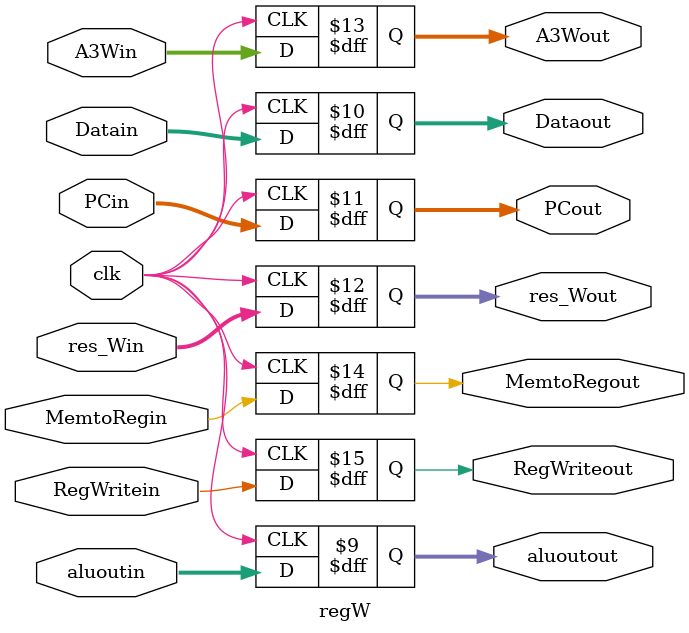
<source format=v>
`timescale 1ns / 1ps
module regW(clk,res_Win,A3Win,aluoutin,Datain,MemtoRegin,RegWritein,res_Wout,A3Wout,aluoutout,Dataout,MemtoRegout,RegWriteout,PCin,PCout);

input clk;

input[31:0] aluoutin,Datain,PCin;
input[1:0] res_Win;
input[4:0] A3Win;
input MemtoRegin,RegWritein;

output[31:0] aluoutout,Dataout,PCout;
output[1:0] res_Wout;
output[4:0] A3Wout;
output MemtoRegout,RegWriteout;

reg[31:0] aluoutout=0,Dataout=0,PCout=0;
reg[1:0] res_Wout=0;
reg[4:0] A3Wout=0;
reg MemtoRegout=0,RegWriteout=0;

always @ (posedge clk)
begin
   aluoutout<=aluoutin;
	Dataout<=Datain;
	res_Wout<=res_Win;
	A3Wout<=A3Win;
	MemtoRegout<=MemtoRegin;
	RegWriteout<=RegWritein;
	PCout<=PCin;
end

endmodule

</source>
